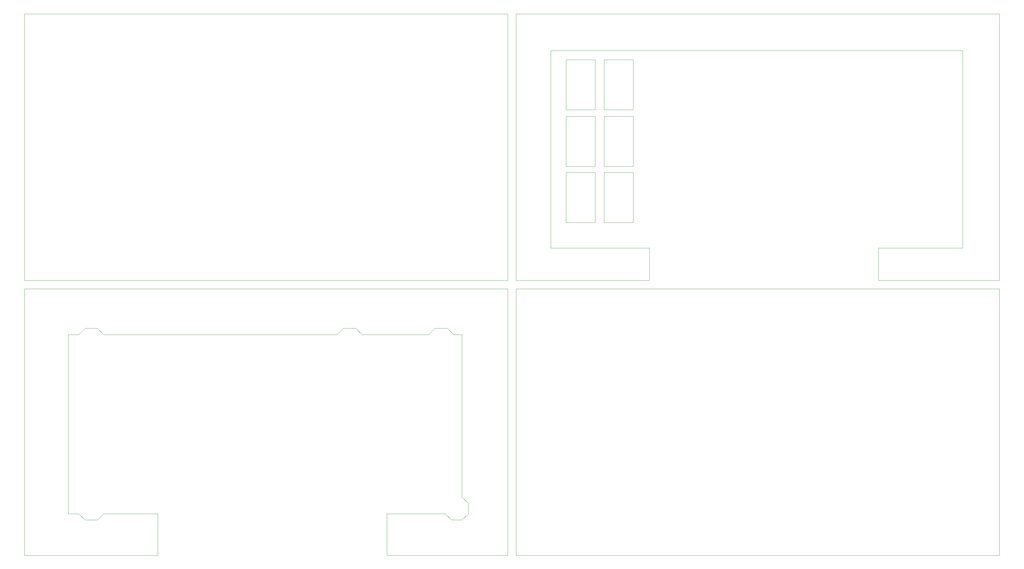
<source format=gbr>
G04 (created by PCBNEW (2013-jul-07)-stable) date Sat 02 May 2015 02:19:32 PM CEST*
%MOIN*%
G04 Gerber Fmt 3.4, Leading zero omitted, Abs format*
%FSLAX34Y34*%
G01*
G70*
G90*
G04 APERTURE LIST*
%ADD10C,0.00590551*%
%ADD11C,0.00393701*%
G04 APERTURE END LIST*
G54D10*
G54D11*
X88550Y-26050D02*
X92050Y-26050D01*
X92050Y-26050D02*
X92050Y-32050D01*
X92050Y-32050D02*
X88550Y-32050D01*
X88550Y-32050D02*
X88550Y-26050D01*
X84000Y-32050D02*
X84000Y-26050D01*
X87500Y-32050D02*
X84000Y-32050D01*
X87500Y-26050D02*
X87500Y-32050D01*
X84000Y-26050D02*
X87500Y-26050D01*
X84000Y-19300D02*
X87500Y-19300D01*
X87500Y-19300D02*
X87500Y-25300D01*
X87500Y-25300D02*
X84000Y-25300D01*
X84000Y-25300D02*
X84000Y-19300D01*
X88550Y-25300D02*
X88550Y-19300D01*
X92050Y-25300D02*
X88550Y-25300D01*
X92050Y-19300D02*
X92050Y-25300D01*
X88550Y-19300D02*
X92050Y-19300D01*
X88550Y-12500D02*
X92050Y-12500D01*
X92050Y-12500D02*
X92050Y-18500D01*
X92050Y-18500D02*
X88550Y-18500D01*
X88550Y-18500D02*
X88550Y-12500D01*
X84000Y-18500D02*
X84000Y-12500D01*
X87500Y-18500D02*
X84000Y-18500D01*
X87500Y-12500D02*
X87500Y-18500D01*
X84000Y-12500D02*
X87500Y-12500D01*
X94000Y-35100D02*
X94000Y-39000D01*
X121500Y-35100D02*
X121500Y-39000D01*
X131600Y-35100D02*
X121500Y-35100D01*
X131600Y-11400D02*
X131600Y-35100D01*
X82250Y-11400D02*
X131600Y-11400D01*
X82150Y-11400D02*
X82250Y-11400D01*
X82150Y-35100D02*
X82150Y-11400D01*
X94000Y-35100D02*
X82150Y-35100D01*
X136000Y-39000D02*
X121500Y-39000D01*
X78000Y-39000D02*
X94000Y-39000D01*
X78000Y-39000D02*
X78000Y-7000D01*
X136000Y-7000D02*
X136000Y-39000D01*
X78000Y-7000D02*
X136000Y-7000D01*
X77000Y-72000D02*
X62500Y-72000D01*
X19000Y-72000D02*
X35000Y-72000D01*
X28500Y-67000D02*
X35000Y-67000D01*
X69500Y-67000D02*
X62500Y-67000D01*
X62500Y-67000D02*
X62500Y-72000D01*
X35000Y-67000D02*
X35000Y-72000D01*
X24250Y-67000D02*
X25500Y-67000D01*
X27750Y-67750D02*
X28500Y-67000D01*
X26250Y-67750D02*
X27750Y-67750D01*
X25500Y-67000D02*
X26250Y-67750D01*
X70250Y-67750D02*
X69500Y-67000D01*
X71500Y-67750D02*
X70250Y-67750D01*
X72250Y-67000D02*
X71500Y-67750D01*
X72250Y-65750D02*
X72250Y-67000D01*
X71500Y-65000D02*
X72250Y-65750D01*
X70500Y-45500D02*
X71500Y-45500D01*
X69750Y-44750D02*
X70500Y-45500D01*
X68250Y-44750D02*
X69750Y-44750D01*
X67500Y-45500D02*
X68250Y-44750D01*
X59500Y-45500D02*
X67500Y-45500D01*
X58750Y-44750D02*
X59500Y-45500D01*
X57250Y-44750D02*
X58750Y-44750D01*
X56500Y-45500D02*
X57250Y-44750D01*
X28500Y-45500D02*
X56500Y-45500D01*
X24250Y-45500D02*
X25500Y-45500D01*
X27750Y-44750D02*
X28500Y-45500D01*
X26250Y-44750D02*
X27750Y-44750D01*
X25500Y-45500D02*
X26250Y-44750D01*
X24250Y-67000D02*
X24250Y-45500D01*
X71500Y-45500D02*
X71500Y-65000D01*
X19000Y-72000D02*
X19000Y-40000D01*
X77000Y-40000D02*
X77000Y-72000D01*
X19000Y-40000D02*
X77000Y-40000D01*
X78000Y-72000D02*
X78000Y-40000D01*
X136000Y-72000D02*
X78000Y-72000D01*
X136000Y-40000D02*
X136000Y-72000D01*
X78000Y-40000D02*
X136000Y-40000D01*
X19000Y-39000D02*
X19000Y-7000D01*
X77000Y-39000D02*
X19000Y-39000D01*
X77000Y-7000D02*
X77000Y-39000D01*
X19000Y-7000D02*
X77000Y-7000D01*
M02*

</source>
